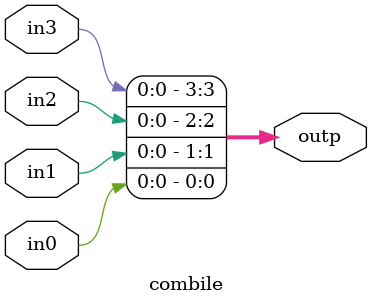
<source format=v>
`timescale 1ns / 1ps


module combile(
    input wire in0,
    input wire in1,
    input wire in2,
    input wire in3,
    
    output wire [3:0] outp   

    );
    
    assign outp = {in3,in2,in1,in0};
    
endmodule

</source>
